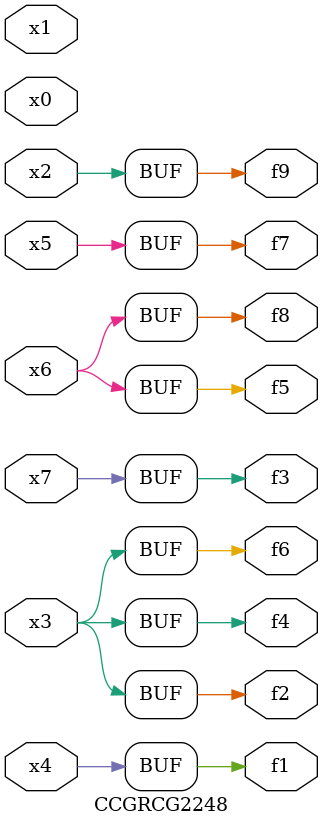
<source format=v>
module CCGRCG2248(
	input x0, x1, x2, x3, x4, x5, x6, x7,
	output f1, f2, f3, f4, f5, f6, f7, f8, f9
);
	assign f1 = x4;
	assign f2 = x3;
	assign f3 = x7;
	assign f4 = x3;
	assign f5 = x6;
	assign f6 = x3;
	assign f7 = x5;
	assign f8 = x6;
	assign f9 = x2;
endmodule

</source>
